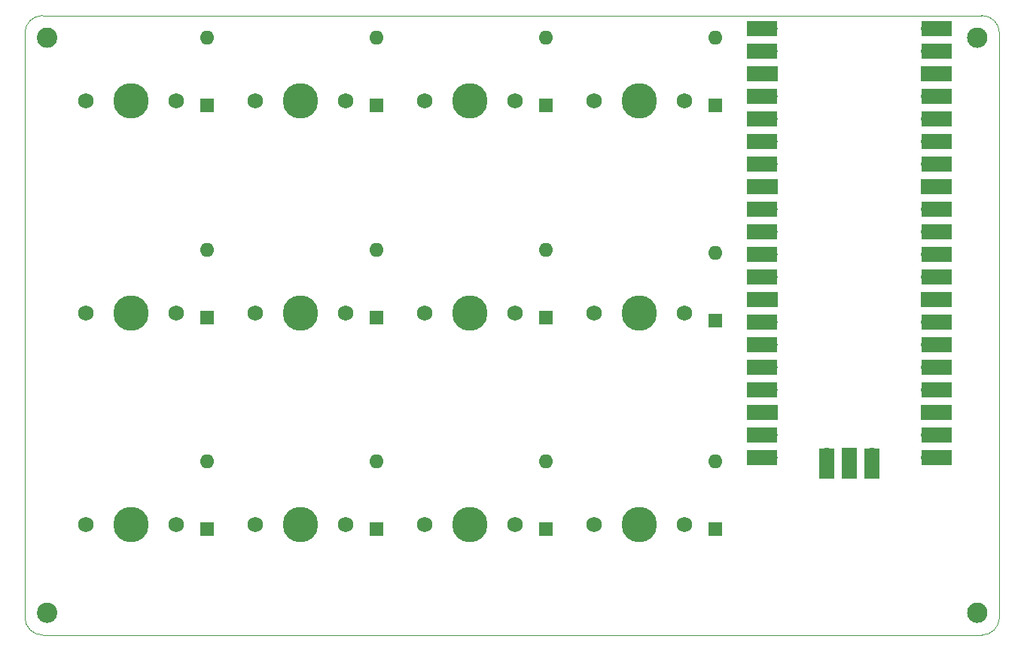
<source format=gbr>
G04 #@! TF.GenerationSoftware,KiCad,Pcbnew,(5.1.9)-1*
G04 #@! TF.CreationDate,2021-05-02T14:29:51+01:00*
G04 #@! TF.ProjectId,EnvMCRO,456e764d-4352-44f2-9e6b-696361645f70,rev?*
G04 #@! TF.SameCoordinates,Original*
G04 #@! TF.FileFunction,Soldermask,Top*
G04 #@! TF.FilePolarity,Negative*
%FSLAX46Y46*%
G04 Gerber Fmt 4.6, Leading zero omitted, Abs format (unit mm)*
G04 Created by KiCad (PCBNEW (5.1.9)-1) date 2021-05-02 14:29:51*
%MOMM*%
%LPD*%
G01*
G04 APERTURE LIST*
G04 #@! TA.AperFunction,Profile*
%ADD10C,0.100000*%
G04 #@! TD*
%ADD11O,1.700000X1.700000*%
%ADD12R,1.700000X1.700000*%
%ADD13R,3.500000X1.700000*%
%ADD14R,1.700000X3.500000*%
%ADD15C,2.200000*%
%ADD16C,3.987800*%
%ADD17C,1.750000*%
%ADD18O,1.600000X1.600000*%
%ADD19R,1.600000X1.600000*%
G04 APERTURE END LIST*
D10*
X67005200Y-41300400D02*
G75*
G03*
X67005200Y-41300400I-1104496J0D01*
G01*
X67005200Y-105994200D02*
G75*
G03*
X67005200Y-105994200I-1104496J0D01*
G01*
X171602400Y-105994200D02*
G75*
G03*
X171602400Y-105994200I-1104496J0D01*
G01*
X171602400Y-41300400D02*
G75*
G03*
X171602400Y-41300400I-1104496J0D01*
G01*
X171000000Y-38800000D02*
G75*
G02*
X173000000Y-40800000I0J-2000000D01*
G01*
X173000000Y-106500000D02*
G75*
G02*
X171000000Y-108500000I-2000000J0D01*
G01*
X65400000Y-108500000D02*
G75*
G02*
X63400000Y-106500000I0J2000000D01*
G01*
X63400000Y-40800000D02*
X63400000Y-106500000D01*
X171000000Y-38800000D02*
X65400000Y-38800000D01*
X63400000Y-40800000D02*
G75*
G02*
X65400000Y-38800000I2000000J0D01*
G01*
X173000000Y-106500000D02*
X173000000Y-40800000D01*
X65400000Y-108500000D02*
X171000000Y-108500000D01*
D11*
X147210000Y-40270000D03*
X147210000Y-42810000D03*
D12*
X147210000Y-45350000D03*
D11*
X147210000Y-47890000D03*
X147210000Y-50430000D03*
X147210000Y-52970000D03*
X147210000Y-55510000D03*
D12*
X147210000Y-58050000D03*
D11*
X147210000Y-60590000D03*
X147210000Y-63130000D03*
X147210000Y-65670000D03*
X147210000Y-68210000D03*
D12*
X147210000Y-70750000D03*
D11*
X147210000Y-73290000D03*
X147210000Y-75830000D03*
X147210000Y-78370000D03*
X147210000Y-80910000D03*
D12*
X147210000Y-83450000D03*
D11*
X147210000Y-85990000D03*
X147210000Y-88530000D03*
X164990000Y-88530000D03*
X164990000Y-85990000D03*
D12*
X164990000Y-83450000D03*
D11*
X164990000Y-80910000D03*
X164990000Y-78370000D03*
X164990000Y-75830000D03*
X164990000Y-73290000D03*
D12*
X164990000Y-70750000D03*
D11*
X164990000Y-68210000D03*
X164990000Y-65670000D03*
X164990000Y-63130000D03*
X164990000Y-60590000D03*
D12*
X164990000Y-58050000D03*
D11*
X164990000Y-55510000D03*
X164990000Y-52970000D03*
X164990000Y-50430000D03*
X164990000Y-47890000D03*
D12*
X164990000Y-45350000D03*
D11*
X164990000Y-42810000D03*
X164990000Y-40270000D03*
D13*
X146310000Y-40270000D03*
X146310000Y-42810000D03*
X146310000Y-45350000D03*
X146310000Y-47890000D03*
X146310000Y-50430000D03*
X146310000Y-52970000D03*
X146310000Y-55510000D03*
X146310000Y-58050000D03*
X146310000Y-60590000D03*
X146310000Y-63130000D03*
X146310000Y-65670000D03*
X146310000Y-68210000D03*
X146310000Y-70750000D03*
X146310000Y-73290000D03*
X146310000Y-75830000D03*
X146310000Y-78370000D03*
X146310000Y-80910000D03*
X146310000Y-83450000D03*
X146310000Y-85990000D03*
X146310000Y-88530000D03*
X165890000Y-40270000D03*
X165890000Y-42810000D03*
X165890000Y-45350000D03*
X165890000Y-47890000D03*
X165890000Y-50430000D03*
X165890000Y-52970000D03*
X165890000Y-55510000D03*
X165890000Y-58050000D03*
X165890000Y-60590000D03*
X165890000Y-63130000D03*
X165890000Y-65670000D03*
X165890000Y-68210000D03*
X165890000Y-70750000D03*
X165890000Y-73290000D03*
X165890000Y-75830000D03*
X165890000Y-78370000D03*
X165890000Y-80910000D03*
X165890000Y-83450000D03*
X165890000Y-85990000D03*
X165890000Y-88530000D03*
D14*
X153560000Y-89200000D03*
D11*
X153560000Y-88300000D03*
D14*
X156100000Y-89200000D03*
D12*
X156100000Y-88300000D03*
D14*
X158640000Y-89200000D03*
D11*
X158640000Y-88300000D03*
D15*
X170500000Y-106000000D03*
X65900000Y-41300000D03*
X65900000Y-106000000D03*
X170500000Y-41300000D03*
D16*
X113435000Y-48435000D03*
D17*
X108355000Y-48435000D03*
X118515000Y-48435000D03*
D16*
X75335000Y-48435000D03*
D17*
X70255000Y-48435000D03*
X80415000Y-48435000D03*
D18*
X141010000Y-88940000D03*
D19*
X141010000Y-96560000D03*
D18*
X121960000Y-88940000D03*
D19*
X121960000Y-96560000D03*
D18*
X102910000Y-88940000D03*
D19*
X102910000Y-96560000D03*
D18*
X83860000Y-88940000D03*
D19*
X83860000Y-96560000D03*
D18*
X141010000Y-65527500D03*
D19*
X141010000Y-73147500D03*
D18*
X121960000Y-65127500D03*
D19*
X121960000Y-72747500D03*
D18*
X102910000Y-65127500D03*
D19*
X102910000Y-72747500D03*
D18*
X83860000Y-65127500D03*
D19*
X83860000Y-72747500D03*
D18*
X141010000Y-41315000D03*
D19*
X141010000Y-48935000D03*
D18*
X121960000Y-41315000D03*
D19*
X121960000Y-48935000D03*
D18*
X102910000Y-41315000D03*
D19*
X102910000Y-48935000D03*
D18*
X83860000Y-41315000D03*
D19*
X83860000Y-48935000D03*
D16*
X132485000Y-96060000D03*
D17*
X127405000Y-96060000D03*
X137565000Y-96060000D03*
D16*
X113435000Y-96060000D03*
D17*
X108355000Y-96060000D03*
X118515000Y-96060000D03*
D16*
X94385000Y-96060000D03*
D17*
X89305000Y-96060000D03*
X99465000Y-96060000D03*
D16*
X75335000Y-96060000D03*
D17*
X70255000Y-96060000D03*
X80415000Y-96060000D03*
D16*
X132485000Y-72247500D03*
D17*
X127405000Y-72247500D03*
X137565000Y-72247500D03*
D16*
X113435000Y-72247500D03*
D17*
X108355000Y-72247500D03*
X118515000Y-72247500D03*
D16*
X94385000Y-72247500D03*
D17*
X89305000Y-72247500D03*
X99465000Y-72247500D03*
D16*
X75335000Y-72247500D03*
D17*
X70255000Y-72247500D03*
X80415000Y-72247500D03*
D16*
X132485000Y-48435000D03*
D17*
X127405000Y-48435000D03*
X137565000Y-48435000D03*
D16*
X94385000Y-48435000D03*
D17*
X89305000Y-48435000D03*
X99465000Y-48435000D03*
M02*

</source>
